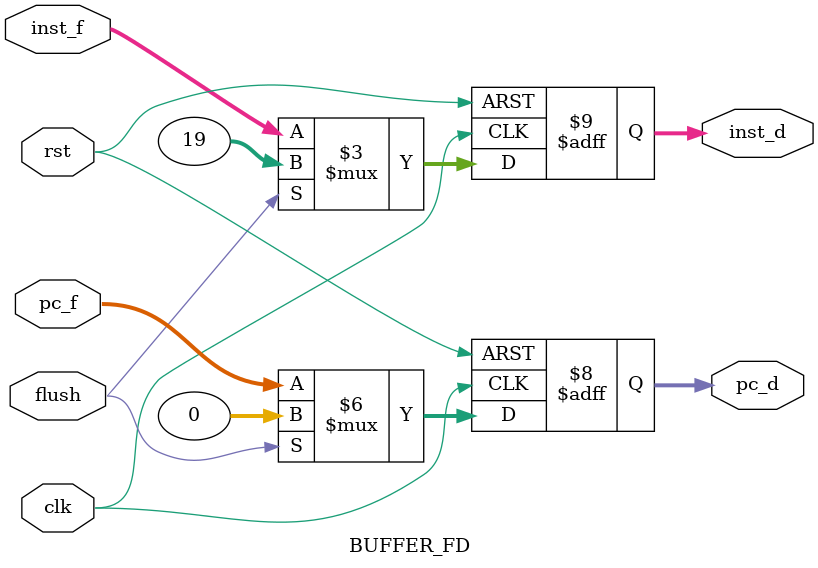
<source format=sv>
module BUFFER_FD (
    input clk, rst, flush,
    input logic [31:0] pc_f, inst_f,
    output logic [31:0] pc_d, inst_d
);

always_ff @(posedge clk, posedge rst)
begin
    if (rst)
    begin
        pc_d <= 32'b0;
        inst_d <= 32'b0;
    end

    else
    begin
        if (flush)
        begin
            pc_d <= 32'b0;
            inst_d <= 32'h00000013;
        end
        else
        begin
            pc_d <= pc_f;
            inst_d <= inst_f;
        end
    end

end

endmodule
</source>
